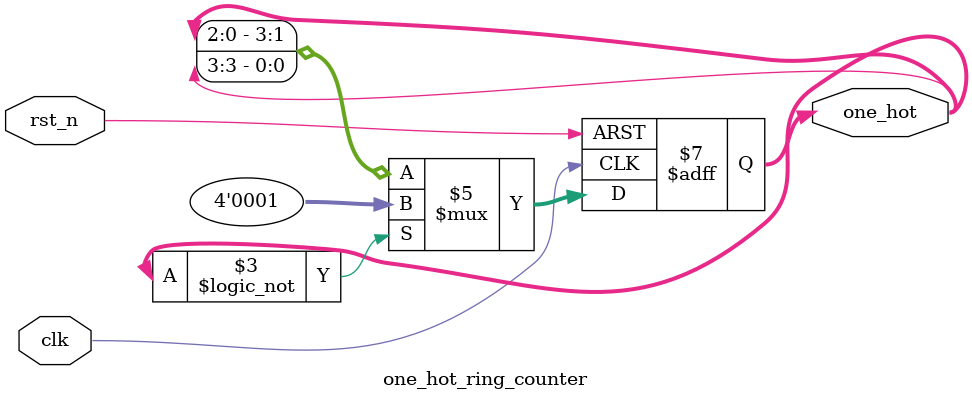
<source format=sv>
module one_hot_ring_counter(
    input wire clk,
    input wire rst_n,
    output reg [3:0] one_hot
);
    always @(posedge clk or negedge rst_n) begin
        if (!rst_n)
            one_hot <= 4'b0001; // Start with bit 0 active
        else begin
            if (one_hot == 4'b0000)
                one_hot <= 4'b0001; // Recovery if all bits zero
            else
                one_hot <= {one_hot[2:0], one_hot[3]};
        end
    end
endmodule
</source>
